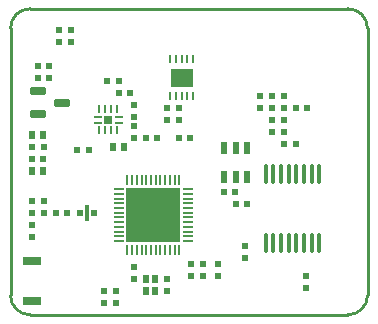
<source format=gtp>
G04*
G04 #@! TF.GenerationSoftware,Altium Limited,Altium Designer,21.3.2 (30)*
G04*
G04 Layer_Color=8421504*
%FSLAX25Y25*%
%MOIN*%
G70*
G04*
G04 #@! TF.SameCoordinates,A236C9B4-8AE0-4B67-9D85-2998E959901C*
G04*
G04*
G04 #@! TF.FilePolarity,Positive*
G04*
G01*
G75*
%ADD10C,0.01000*%
%ADD18R,0.00984X0.02756*%
%ADD19R,0.05906X0.02913*%
%ADD20R,0.01968X0.02362*%
%ADD21R,0.02362X0.01968*%
%ADD22R,0.01968X0.02756*%
%ADD23R,0.02756X0.00984*%
%ADD24R,0.02756X0.02756*%
%ADD25R,0.00984X0.02756*%
%ADD26R,0.02362X0.02362*%
%ADD27R,0.07480X0.05906*%
%ADD28R,0.02362X0.02362*%
G04:AMPARAMS|DCode=29|XSize=51.18mil|YSize=23.62mil|CornerRadius=2.01mil|HoleSize=0mil|Usage=FLASHONLY|Rotation=0.000|XOffset=0mil|YOffset=0mil|HoleType=Round|Shape=RoundedRectangle|*
%AMROUNDEDRECTD29*
21,1,0.05118,0.01961,0,0,0.0*
21,1,0.04717,0.02362,0,0,0.0*
1,1,0.00402,0.02358,-0.00980*
1,1,0.00402,-0.02358,-0.00980*
1,1,0.00402,-0.02358,0.00980*
1,1,0.00402,0.02358,0.00980*
%
%ADD29ROUNDEDRECTD29*%
%ADD30R,0.18110X0.18110*%
%ADD31O,0.00787X0.03740*%
%ADD32O,0.03740X0.00787*%
%ADD33R,0.01181X0.05709*%
%ADD34R,0.02362X0.04331*%
%ADD35O,0.01378X0.07284*%
%ADD36R,0.02362X0.02756*%
D10*
X6449Y102000D02*
G03*
X0Y95551I0J-6449D01*
G01*
X119000D02*
G03*
X112550Y102000I-6449J0D01*
G01*
Y0D02*
G03*
X119000Y6449I0J6449D01*
G01*
X0D02*
G03*
X6449Y0I6449J0D01*
G01*
X112550D01*
X119000Y6449D02*
Y95551D01*
X6449Y102000D02*
X112550D01*
X0Y6449D02*
Y95551D01*
D18*
X60937Y85102D02*
D03*
X58968D02*
D03*
X57000Y85102D02*
D03*
X55032Y85102D02*
D03*
X53063Y85102D02*
D03*
X60937Y72898D02*
D03*
X58969D02*
D03*
X57000D02*
D03*
X55032Y72898D02*
D03*
X53063Y72898D02*
D03*
D19*
X7000Y18000D02*
D03*
Y4590D02*
D03*
D20*
X32063Y78000D02*
D03*
X36000D02*
D03*
X39937Y74000D02*
D03*
X36000D02*
D03*
X22063Y55000D02*
D03*
X26000D02*
D03*
X7000Y52000D02*
D03*
X10937D02*
D03*
X59937Y59000D02*
D03*
X56000D02*
D03*
X95000Y57000D02*
D03*
X91063D02*
D03*
X98937Y69000D02*
D03*
X95000D02*
D03*
X11000Y56000D02*
D03*
X7063D02*
D03*
D21*
X41000Y69937D02*
D03*
Y66000D02*
D03*
Y63000D02*
D03*
Y59063D02*
D03*
X78000Y22968D02*
D03*
Y19031D02*
D03*
X83000Y72937D02*
D03*
Y69000D02*
D03*
X87000Y72937D02*
D03*
Y69000D02*
D03*
X91000Y72937D02*
D03*
Y69000D02*
D03*
X98500Y13000D02*
D03*
Y9063D02*
D03*
D22*
X34000Y56000D02*
D03*
X37740D02*
D03*
X7000Y48000D02*
D03*
X10740D02*
D03*
X7000Y60000D02*
D03*
X10740D02*
D03*
D23*
X29000Y66000D02*
D03*
Y64031D02*
D03*
X36087D02*
D03*
Y66000D02*
D03*
D24*
X32543Y65016D02*
D03*
D25*
X29591Y68559D02*
D03*
X31559D02*
D03*
X33528D02*
D03*
X35496D02*
D03*
Y61472D02*
D03*
X33528D02*
D03*
X31559D02*
D03*
X29591D02*
D03*
D26*
X20000Y94937D02*
D03*
Y91000D02*
D03*
X16000Y94937D02*
D03*
Y91000D02*
D03*
X31000Y4063D02*
D03*
Y8000D02*
D03*
X60000Y13063D02*
D03*
Y17000D02*
D03*
X69000D02*
D03*
Y13063D02*
D03*
X64000Y17000D02*
D03*
Y13063D02*
D03*
X35000Y4063D02*
D03*
Y8000D02*
D03*
X52000Y11937D02*
D03*
Y8000D02*
D03*
X41000Y15937D02*
D03*
Y12000D02*
D03*
X7000Y26000D02*
D03*
Y29937D02*
D03*
Y34000D02*
D03*
Y37937D02*
D03*
X11000D02*
D03*
Y34000D02*
D03*
D27*
X57000Y79000D02*
D03*
D28*
X48937Y59000D02*
D03*
X45000D02*
D03*
X12937Y83000D02*
D03*
X9000D02*
D03*
X23000Y34000D02*
D03*
X27823D02*
D03*
X71031Y41000D02*
D03*
X74968D02*
D03*
X78969Y37000D02*
D03*
X75032D02*
D03*
X87063Y61000D02*
D03*
X91000D02*
D03*
X87063Y65000D02*
D03*
X91000D02*
D03*
X9000Y79000D02*
D03*
X12937D02*
D03*
X56000Y65000D02*
D03*
X52063D02*
D03*
X56000Y69000D02*
D03*
X52063D02*
D03*
X15000Y34000D02*
D03*
X18937D02*
D03*
D29*
X9000Y74480D02*
D03*
Y67000D02*
D03*
X17268Y70740D02*
D03*
D30*
X47614Y33213D02*
D03*
D31*
X46827Y44827D02*
D03*
X54701D02*
D03*
Y21598D02*
D03*
X46827D02*
D03*
X38953Y44827D02*
D03*
Y21598D02*
D03*
X56276Y44827D02*
D03*
Y21598D02*
D03*
X48402Y44827D02*
D03*
X49976D02*
D03*
X51551D02*
D03*
X53126D02*
D03*
Y21598D02*
D03*
X51551D02*
D03*
X49976D02*
D03*
X48402D02*
D03*
X40528Y44827D02*
D03*
X42102D02*
D03*
X43677D02*
D03*
X45252D02*
D03*
Y21598D02*
D03*
X43677D02*
D03*
X42102D02*
D03*
X40528D02*
D03*
D32*
X59228Y40299D02*
D03*
Y32425D02*
D03*
Y24551D02*
D03*
X36000Y32425D02*
D03*
Y40299D02*
D03*
Y24551D02*
D03*
X59228Y41874D02*
D03*
Y38724D02*
D03*
Y37150D02*
D03*
Y35575D02*
D03*
Y34000D02*
D03*
Y30850D02*
D03*
Y29276D02*
D03*
Y27701D02*
D03*
Y26126D02*
D03*
X36000Y41874D02*
D03*
Y34000D02*
D03*
Y35575D02*
D03*
Y37150D02*
D03*
Y38724D02*
D03*
Y26126D02*
D03*
Y27701D02*
D03*
Y29276D02*
D03*
Y30850D02*
D03*
D33*
X25411Y34000D02*
D03*
D34*
X78740Y46000D02*
D03*
X75000D02*
D03*
X71260D02*
D03*
Y55449D02*
D03*
X75000D02*
D03*
X78740D02*
D03*
D35*
X85000Y24000D02*
D03*
X87559D02*
D03*
X90118D02*
D03*
X92677D02*
D03*
X95236D02*
D03*
X97795D02*
D03*
X100354D02*
D03*
X102913D02*
D03*
X85000Y47032D02*
D03*
X87559D02*
D03*
X90118D02*
D03*
X92677D02*
D03*
X95236D02*
D03*
X97795D02*
D03*
X100354D02*
D03*
X102913D02*
D03*
D36*
X45000Y12000D02*
D03*
Y8063D02*
D03*
X48150D02*
D03*
Y12000D02*
D03*
M02*

</source>
